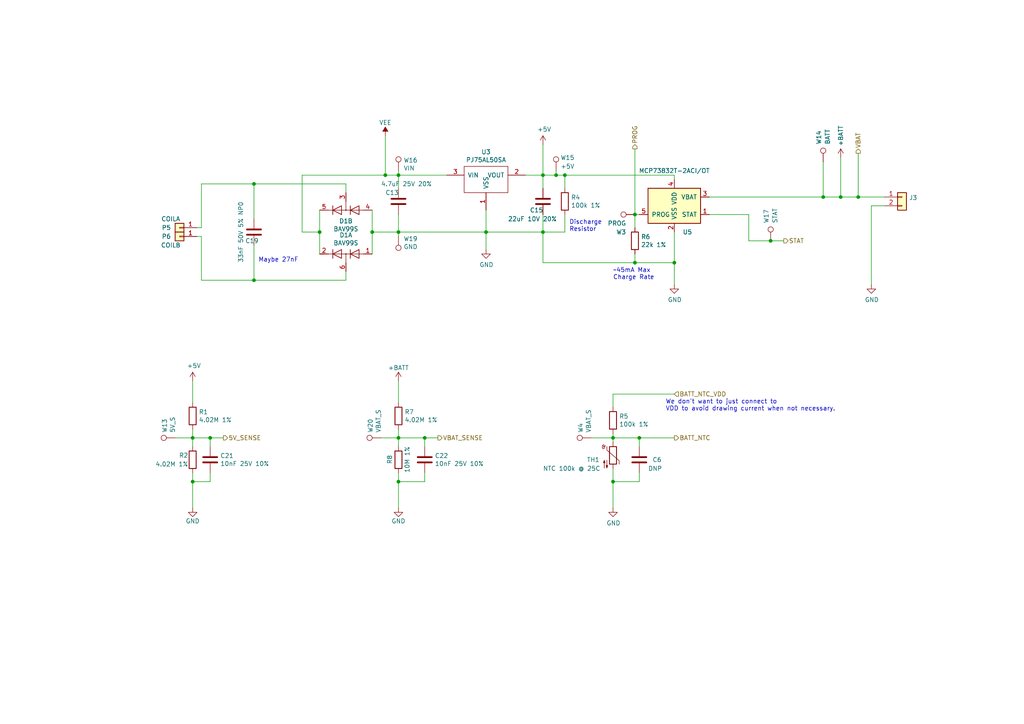
<source format=kicad_sch>
(kicad_sch (version 20211123) (generator eeschema)
  (paper "A4")
  (title_block (title "Pixels D20 Schematic, Main") (date "2022-08-26") (rev "13") (company "Systemic Games, LLC") (comment 1 "Wireless Charging Circuitry"))
  (lib_symbols
    (symbol "Connector_Generic:Conn_01x01" (pin_names (offset 1.016) hide)
      (property "Reference" "J" (at 0 2.54 0))
      (property "Value" "Conn_01x01" (at 0 -2.54 0))
      (symbol "Conn_01x01_1_1"
        (rectangle (start -1.27 0.127) (end 0 -0.127) (stroke (width 0.1524)))
        (rectangle (start -1.27 1.27) (end 1.27 -1.27) (stroke (width 0.254)) (fill (type background)))
        (pin passive line (at -5.08 0 0) (length 3.81) (name "Pin_1") (number "1"))
      )
    )
    (symbol "Connector_Generic:Conn_01x02" (pin_names (offset 1.016) hide)
      (property "Reference" "J" (at 0 2.54 0))
      (property "Value" "Conn_01x02" (at 0 -5.08 0))
      (symbol "Conn_01x02_1_1"
        (rectangle (start -1.27 -2.413) (end 0 -2.667) (stroke (width 0.1524)))
        (rectangle (start -1.27 0.127) (end 0 -0.127) (stroke (width 0.1524)))
        (rectangle (start -1.27 1.27) (end 1.27 -3.81) (stroke (width 0.254)) (fill (type background)))
        (pin passive line (at -5.08 0 0) (length 3.81) (name "Pin_1") (number "1"))
        (pin passive line (at -5.08 -2.54 0) (length 3.81) (name "Pin_2") (number "2"))
      )
    )
    (symbol "Device:C" (pin_numbers hide) (pin_names (offset 0.254))
      (property "Reference" "C" (at 0.635 2.54 0))
      (property "Value" "C" (at 0.635 -2.54 0))
      (symbol "C_0_1"
        (polyline (pts (xy -2.032 -0.762) (xy 2.032 -0.762)) (stroke (width 0.508)))
        (polyline (pts (xy -2.032 0.762) (xy 2.032 0.762)) (stroke (width 0.508)))
      )
      (symbol "C_1_1"
        (pin passive line (at 0 3.81 270) (length 2.794) (name "~") (number "1"))
        (pin passive line (at 0 -3.81 90) (length 2.794) (name "~") (number "2"))
      )
    )
    (symbol "Device:R" (pin_numbers hide) (pin_names (offset 0))
      (property "Reference" "R" (at 2.032 0 90))
      (property "Value" "R" (at 0 0 90))
      (symbol "R_0_1"
        (rectangle (start -1.016 -2.54) (end 1.016 2.54) (stroke (width 0.254)))
      )
      (symbol "R_1_1"
        (pin passive line (at 0 3.81 270) (length 1.27) (name "~") (number "1"))
        (pin passive line (at 0 -3.81 90) (length 1.27) (name "~") (number "2"))
      )
    )
    (symbol "Device:Thermistor_NTC" (pin_numbers hide) (pin_names (offset 0))
      (property "Reference" "TH" (at -4.445 0 90))
      (property "Value" "Thermistor_NTC" (at 3.175 0 90))
      (symbol "Thermistor_NTC_0_1"
        (arc (start -3.048 2.159) (mid -3.0495 2.3143) (end -3.175 2.413))
        (arc (start -3.048 2.159) (mid -2.9736 1.9794) (end -2.794 1.905))
        (arc (start -3.048 2.794) (mid -2.9736 2.6144) (end -2.794 2.54))
        (arc (start -2.794 1.905) (mid -2.6144 1.9794) (end -2.54 2.159))
        (arc (start -2.794 2.54) (mid -2.4393 2.5587) (end -2.159 2.794))
        (arc (start -2.794 3.048) (mid -2.9736 2.9736) (end -3.048 2.794))
        (arc (start -2.54 2.794) (mid -2.6144 2.9736) (end -2.794 3.048))
        (rectangle (start -1.016 2.54) (end 1.016 -2.54) (stroke (width 0.254)))
        (polyline (pts (xy -2.54 2.159) (xy -2.54 2.794)))
        (polyline (pts (xy -1.778 2.54) (xy -1.778 1.524) (xy 1.778 -1.524) (xy 1.778 -2.54)))
        (polyline (pts (xy -2.54 -3.683) (xy -2.54 -1.397) (xy -2.794 -2.159) (xy -2.286 -2.159) (xy -2.54 -1.397) (xy -2.54 -1.651)) (fill (type outline)))
        (polyline (pts (xy -1.778 -1.397) (xy -1.778 -3.683) (xy -2.032 -2.921) (xy -1.524 -2.921) (xy -1.778 -3.683) (xy -1.778 -3.429)) (fill (type outline)))
      )
      (symbol "Thermistor_NTC_1_1"
        (pin passive line (at 0 3.81 270) (length 1.27) (name "~") (number "1"))
        (pin passive line (at 0 -3.81 90) (length 1.27) (name "~") (number "2"))
      )
    )
    (symbol "Pixels-dice:BAV99S-diode" (pin_names (offset 0.0254) hide)
      (property "Reference" "D" (at 0 2.54 0))
      (property "Value" "BAV99S-diode" (at 0 5.08 0))
      (symbol "BAV99S-diode_0_1"
        (polyline (pts (xy -5.08 0) (xy 5.08 0)))
        (polyline (pts (xy 0 0) (xy 0 -2.54)))
        (polyline (pts (xy -1.27 -1.27) (xy -1.27 1.27) (xy -1.27 1.27)) (stroke (width 0.2032)))
        (polyline (pts (xy 3.81 1.27) (xy 3.81 -1.27) (xy 3.81 -1.27)) (stroke (width 0.2032)))
        (polyline (pts (xy -3.81 1.27) (xy -1.27 0) (xy -3.81 -1.27) (xy -3.81 1.27) (xy -3.81 1.27) (xy -3.81 1.27)) (stroke (width 0.2032)))
        (polyline (pts (xy 1.27 1.27) (xy 3.81 0) (xy 1.27 -1.27) (xy 1.27 1.27) (xy 1.27 1.27) (xy 1.27 1.27)) (stroke (width 0.2032)))
        (circle (center 0 0) (radius 0.127))
      )
      (symbol "BAV99S-diode_1_1"
        (polyline (pts (xy 6.35 0) (xy 7.62 0)))
        (pin passive line (at -7.62 0 0) (length 2.54) (name "A1") (number "1"))
        (pin passive line (at 7.62 0 180) (length 2.54) (name "K2") (number "2"))
        (pin passive line (at 0 -5.08 90) (length 2.54) (name "K3A4") (number "6"))
      )
      (symbol "BAV99S-diode_2_1"
        (polyline (pts (xy 6.35 0) (xy 7.62 0)))
        (pin passive line (at 0 -5.08 90) (length 2.54) (name "K1A2") (number "3"))
        (pin passive line (at -7.62 0 0) (length 2.54) (name "A3") (number "4"))
        (pin passive line (at 7.62 0 180) (length 2.54) (name "K4") (number "5"))
      )
    )
    (symbol "Pixels-dice:HX6306P502MR" (pin_names (offset 1.016))
      (property "Reference" "U" (at 3.81 -6.35 0))
      (property "Value" "HX6306P502MR" (at 0 3.81 0))
      (symbol "HX6306P502MR_0_1"
        (rectangle (start -6.35 2.54) (end 6.35 -5.08))
      )
      (symbol "HX6306P502MR_1_1"
        (pin power_in line (at 0 -10.16 90) (length 5.08) (name "VSS") (number "1"))
        (pin power_out line (at 11.43 0 180) (length 5.08) (name "VOUT") (number "2"))
        (pin power_in line (at -11.43 0 0) (length 5.08) (name "VIN") (number "3"))
      )
    )
    (symbol "Pixels-dice:MCP73831-2-OT-battery_management" (pin_names (offset 1.016))
      (property "Reference" "U" (at -7.62 6.35 0))
      (property "Value" "MCP73831-2-OT-battery_management" (at 1.27 6.35 0))
      (symbol "MCP73831-2-OT-battery_management_0_1"
        (rectangle (start -7.62 5.08) (end 7.62 -5.08) (stroke (width 0.254)) (fill (type background)))
      )
      (symbol "MCP73831-2-OT-battery_management_1_1"
        (pin output line (at 10.16 -2.54 180) (length 2.54) (name "STAT") (number "1"))
        (pin power_in line (at 0 -7.62 90) (length 2.54) (name "VSS") (number "2"))
        (pin power_out line (at 10.16 2.54 180) (length 2.54) (name "VBAT") (number "3"))
        (pin power_in line (at 0 7.62 270) (length 2.54) (name "VDD") (number "4"))
        (pin input line (at -10.16 -2.54 0) (length 2.54) (name "PROG") (number "5"))
      )
    )
    (symbol "Pixels-dice:TEST_1P-conn" (pin_numbers hide) (pin_names (offset 0.762) hide)
      (property "Reference" "W" (at 0 6.858 0))
      (property "Value" "TEST_1P-conn" (at 0 5.08 0))
      (symbol "TEST_1P-conn_0_1"
        (circle (center 0 3.302) (radius 0.762))
      )
      (symbol "TEST_1P-conn_1_1"
        (pin passive line (at 0 0 90) (length 2.54) (name "1") (number "1"))
      )
    )
    (symbol "power:+5V" (power) (pin_names (offset 0))
      (property "Value" "+5V" (at 0 3.556 0))
      (symbol "+5V_0_1"
        (polyline (pts (xy -0.762 1.27) (xy 0 2.54)))
        (polyline (pts (xy 0 0) (xy 0 2.54)))
        (polyline (pts (xy 0 2.54) (xy 0.762 1.27)))
      )
      (symbol "+5V_1_1"
        (pin power_in line (at 0 0 90) (length 0) hide (name "+5V") (number "1"))
      )
    )
    (symbol "power:+BATT" (power) (pin_names (offset 0))
      (property "Value" "+BATT" (at 0 3.556 0))
      (symbol "+BATT_0_1"
        (polyline (pts (xy -0.762 1.27) (xy 0 2.54)))
        (polyline (pts (xy 0 0) (xy 0 2.54)))
        (polyline (pts (xy 0 2.54) (xy 0.762 1.27)))
      )
      (symbol "+BATT_1_1"
        (pin power_in line (at 0 0 90) (length 0) hide (name "+BATT") (number "1"))
      )
    )
    (symbol "power:GND" (power) (pin_names (offset 0))
      (property "Value" "GND" (at 0 -3.81 0))
      (symbol "GND_0_1"
        (polyline (pts (xy 0 0) (xy 0 -1.27) (xy 1.27 -1.27) (xy 0 -2.54) (xy -1.27 -1.27) (xy 0 -1.27)))
      )
      (symbol "GND_1_1"
        (pin power_in line (at 0 0 270) (length 0) hide (name "GND") (number "1"))
      )
    )
    (symbol "power:VEE" (power) (pin_names (offset 0))
      (property "Value" "VEE" (at 0 3.81 0))
      (symbol "VEE_0_1"
        (polyline (pts (xy 0 0) (xy 0 2.54)))
        (polyline (pts (xy 0.762 1.27) (xy -0.762 1.27) (xy 0 2.54) (xy 0.762 1.27)) (fill (type outline)))
      )
      (symbol "VEE_1_1"
        (pin power_in line (at 0 0 90) (length 0) hide (name "VEE") (number "1"))
      )
    )
  )
  (junction (at 92.71 67.31))
  (junction (at 248.92 57.15))
  (junction (at 55.88 127))
  (junction (at 184.15 76.2))
  (junction (at 55.88 139.7))
  (junction (at 195.58 76.2))
  (junction (at 177.8 139.7))
  (junction (at 163.83 50.8))
  (junction (at 157.48 67.31))
  (junction (at 243.84 57.15))
  (junction (at 140.97 67.31))
  (junction (at 115.57 67.31))
  (junction (at 73.66 53.34))
  (junction (at 177.8 127))
  (junction (at 115.57 50.8))
  (junction (at 115.57 139.7))
  (junction (at 60.96 127))
  (junction (at 238.76 57.15))
  (junction (at 157.48 50.8))
  (junction (at 185.42 127))
  (junction (at 73.66 81.28))
  (junction (at 161.29 50.8))
  (junction (at 115.57 127))
  (junction (at 107.95 67.31))
  (junction (at 223.52 69.85))
  (junction (at 111.76 50.8))
  (junction (at 123.19 127))
  (junction (at 184.15 62.23))
  (wire (pts (xy 163.83 62.23) (xy 163.83 67.31)))
  (wire (pts (xy 157.48 76.2) (xy 184.15 76.2)))
  (wire (pts (xy 73.66 81.28) (xy 58.42 81.28)))
  (wire (pts (xy 238.76 57.15) (xy 243.84 57.15)))
  (wire (pts (xy 123.19 139.7) (xy 115.57 139.7)))
  (wire (pts (xy 55.88 137.16) (xy 55.88 139.7)))
  (wire (pts (xy 157.48 67.31) (xy 157.48 76.2)))
  (wire (pts (xy 115.57 50.8) (xy 129.54 50.8)))
  (wire (pts (xy 161.29 49.53) (xy 161.29 50.8)))
  (wire (pts (xy 205.74 57.15) (xy 238.76 57.15)))
  (wire (pts (xy 50.8 127) (xy 55.88 127)))
  (wire (pts (xy 217.17 69.85) (xy 223.52 69.85)))
  (wire (pts (xy 55.88 116.84) (xy 55.88 110.49)))
  (wire (pts (xy 73.66 53.34) (xy 58.42 53.34)))
  (wire (pts (xy 163.83 50.8) (xy 163.83 54.61)))
  (wire (pts (xy 248.92 44.45) (xy 248.92 57.15)))
  (wire (pts (xy 157.48 41.91) (xy 157.48 50.8)))
  (wire (pts (xy 248.92 57.15) (xy 243.84 57.15)))
  (wire (pts (xy 58.42 81.28) (xy 58.42 68.58)))
  (wire (pts (xy 92.71 60.96) (xy 92.71 67.31)))
  (wire (pts (xy 123.19 127) (xy 127 127)))
  (wire (pts (xy 157.48 67.31) (xy 157.48 62.23)))
  (wire (pts (xy 163.83 50.8) (xy 195.58 50.8)))
  (wire (pts (xy 205.74 62.23) (xy 217.17 62.23)))
  (wire (pts (xy 238.76 46.99) (xy 238.76 57.15)))
  (wire (pts (xy 184.15 73.66) (xy 184.15 76.2)))
  (wire (pts (xy 55.88 124.46) (xy 55.88 127)))
  (wire (pts (xy 58.42 66.04) (xy 57.15 66.04)))
  (wire (pts (xy 55.88 139.7) (xy 55.88 147.32)))
  (wire (pts (xy 55.88 129.54) (xy 55.88 127)))
  (wire (pts (xy 58.42 53.34) (xy 58.42 66.04)))
  (wire (pts (xy 92.71 67.31) (xy 92.71 73.66)))
  (wire (pts (xy 161.29 50.8) (xy 163.83 50.8)))
  (wire (pts (xy 107.95 60.96) (xy 107.95 67.31)))
  (wire (pts (xy 140.97 67.31) (xy 157.48 67.31)))
  (wire (pts (xy 107.95 67.31) (xy 107.95 73.66)))
  (wire (pts (xy 171.45 127) (xy 177.8 127)))
  (wire (pts (xy 115.57 49.53) (xy 115.57 50.8)))
  (wire (pts (xy 123.19 137.16) (xy 123.19 139.7)))
  (wire (pts (xy 60.96 137.16) (xy 60.96 139.7)))
  (wire (pts (xy 177.8 127) (xy 185.42 127)))
  (wire (pts (xy 55.88 127) (xy 60.96 127)))
  (wire (pts (xy 252.73 59.69) (xy 252.73 82.55)))
  (wire (pts (xy 177.8 125.73) (xy 177.8 127)))
  (wire (pts (xy 177.8 118.11) (xy 177.8 114.3)))
  (wire (pts (xy 100.33 78.74) (xy 100.33 81.28)))
  (wire (pts (xy 115.57 50.8) (xy 115.57 54.61)))
  (wire (pts (xy 110.49 127) (xy 115.57 127)))
  (wire (pts (xy 140.97 67.31) (xy 140.97 72.39)))
  (wire (pts (xy 177.8 139.7) (xy 177.8 147.32)))
  (wire (pts (xy 185.42 139.7) (xy 177.8 139.7)))
  (wire (pts (xy 115.57 127) (xy 115.57 129.54)))
  (wire (pts (xy 115.57 110.49) (xy 115.57 116.84)))
  (wire (pts (xy 115.57 137.16) (xy 115.57 139.7)))
  (wire (pts (xy 243.84 45.72) (xy 243.84 57.15)))
  (wire (pts (xy 60.96 127) (xy 64.77 127)))
  (wire (pts (xy 73.66 71.12) (xy 73.66 81.28)))
  (wire (pts (xy 115.57 67.31) (xy 107.95 67.31)))
  (wire (pts (xy 195.58 52.07) (xy 195.58 50.8)))
  (wire (pts (xy 217.17 62.23) (xy 217.17 69.85)))
  (wire (pts (xy 60.96 129.54) (xy 60.96 127)))
  (wire (pts (xy 195.58 67.31) (xy 195.58 76.2)))
  (wire (pts (xy 152.4 50.8) (xy 157.48 50.8)))
  (wire (pts (xy 184.15 43.18) (xy 184.15 62.23)))
  (wire (pts (xy 185.42 127) (xy 185.42 129.54)))
  (wire (pts (xy 223.52 69.85) (xy 227.33 69.85)))
  (wire (pts (xy 157.48 50.8) (xy 157.48 54.61)))
  (wire (pts (xy 87.63 50.8) (xy 111.76 50.8)))
  (wire (pts (xy 140.97 60.96) (xy 140.97 67.31)))
  (wire (pts (xy 58.42 68.58) (xy 57.15 68.58)))
  (wire (pts (xy 73.66 53.34) (xy 100.33 53.34)))
  (wire (pts (xy 92.71 67.31) (xy 87.63 67.31)))
  (wire (pts (xy 123.19 127) (xy 123.19 129.54)))
  (wire (pts (xy 60.96 139.7) (xy 55.88 139.7)))
  (wire (pts (xy 185.42 137.16) (xy 185.42 139.7)))
  (wire (pts (xy 256.54 59.69) (xy 252.73 59.69)))
  (wire (pts (xy 185.42 62.23) (xy 184.15 62.23)))
  (wire (pts (xy 177.8 114.3) (xy 195.58 114.3)))
  (wire (pts (xy 115.57 68.58) (xy 115.57 67.31)))
  (wire (pts (xy 163.83 67.31) (xy 157.48 67.31)))
  (wire (pts (xy 115.57 124.46) (xy 115.57 127)))
  (wire (pts (xy 184.15 76.2) (xy 195.58 76.2)))
  (wire (pts (xy 115.57 127) (xy 123.19 127)))
  (wire (pts (xy 157.48 50.8) (xy 161.29 50.8)))
  (wire (pts (xy 87.63 67.31) (xy 87.63 50.8)))
  (wire (pts (xy 248.92 57.15) (xy 256.54 57.15)))
  (wire (pts (xy 115.57 139.7) (xy 115.57 147.32)))
  (wire (pts (xy 111.76 39.37) (xy 111.76 50.8)))
  (wire (pts (xy 177.8 135.89) (xy 177.8 139.7)))
  (wire (pts (xy 115.57 62.23) (xy 115.57 67.31)))
  (wire (pts (xy 185.42 127) (xy 195.58 127)))
  (wire (pts (xy 115.57 67.31) (xy 140.97 67.31)))
  (wire (pts (xy 100.33 55.88) (xy 100.33 53.34)))
  (wire (pts (xy 184.15 62.23) (xy 184.15 66.04)))
  (wire (pts (xy 73.66 63.5) (xy 73.66 53.34)))
  (wire (pts (xy 195.58 76.2) (xy 195.58 82.55)))
  (wire (pts (xy 111.76 50.8) (xy 115.57 50.8)))
  (wire (pts (xy 177.8 127) (xy 177.8 128.27)))
  (wire (pts (xy 73.66 81.28) (xy 100.33 81.28)))
  (text "We don't want to just connect to\nVDD to avoid drawing current when not necessary." (at 193.04 119.38 0) (effects (font (size 1.27 1.27)) (justify left bottom)))
  (text "Maybe 27nF\n" (at 74.93 76.2 0) (effects (font (size 1.27 1.27)) (justify left bottom)))
  (text "~45mA Max\nCharge Rate" (at 177.8 81.28 0) (effects (font (size 1.27 1.27)) (justify left bottom)))
  (text "Discharge\nResistor" (at 165.1 67.31 0) (effects (font (size 1.27 1.27)) (justify left bottom)))
  (hierarchical_label "PROG" (shape output) (at 184.15 43.18 90))
  (hierarchical_label "VBAT" (shape output) (at 248.92 44.45 90))
  (hierarchical_label "5V_SENSE" (shape output) (at 64.77 127 0))
  (hierarchical_label "BATT_NTC_VDD" (shape input) (at 195.58 114.3 0))
  (hierarchical_label "STAT" (shape output) (at 227.33 69.85 0))
  (hierarchical_label "BATT_NTC" (shape output) (at 195.58 127 0))
  (hierarchical_label "VBAT_SENSE" (shape output) (at 127 127 0))
  (symbol (lib_id "power:GND") (at 252.73 82.55 0) (unit 1)
    (property "Reference" "#PWR052" (effects hide))
    (property "Value" "GND" (at 252.857 86.9442 0))
  )
  (symbol (lib_id "Device:C") (at 115.57 58.42 0) (unit 1)
    (property "Reference" "C13" (at 111.76 55.88 0) (effects (justify left)))
    (property "Value" "4.7uF 25V 20%" (at 110.49 53.34 0) (effects (justify left)))
    (property "Footprint" "Capacitor_SMD:C_0603_1608Metric" (effects hide))
    (property "Generic OK" "YES" (effects hide))
    (property "Pixels Part Number" "SMD-C010" (effects hide))
    (property "Manufacturer" "Murata" (effects hide))
    (property "Manufacturer Part Number" "GRM188R61E475KE11D" (effects hide))
  )
  (symbol (lib_id "Pixels-dice:TEST_1P-conn") (at 171.45 127 90) (unit 1)
    (property "Reference" "W4" (at 168.402 125.5268 0) (effects (justify left)))
    (property "Value" "VBAT_S" (at 170.7134 125.5268 0) (effects (justify left)))
    (property "Footprint" "Pixels-dice:TEST_PIN" (effects hide))
    (property "Generic OK" "N/A" (effects hide))
  )
  (symbol (lib_id "Device:R") (at 177.8 121.92 0) (unit 1)
    (property "Reference" "R5" (at 179.578 120.7516 0) (effects (justify left)))
    (property "Value" "100k 1%" (at 179.578 123.063 0) (effects (justify left)))
    (property "Footprint" "Pixels-dice:R_0402_1005Metric" (effects hide))
    (property "Generic OK" "YES" (effects hide))
    (property "Pixels Part Number" "SMD-R006" (effects hide))
    (property "Manufacturer" "UNI-ROYAL(Uniroyal Elec)" (effects hide))
    (property "Manufacturer Part Number" "0402WGF1003TCE" (effects hide))
  )
  (symbol (lib_id "Pixels-dice:TEST_1P-conn") (at 115.57 49.53 0) (unit 1)
    (property "Reference" "W16" (at 117.0432 46.482 0) (effects (justify left)))
    (property "Value" "VIN" (at 117.0432 48.7934 0) (effects (justify left)))
    (property "Footprint" "Pixels-dice:TEST_PIN" (effects hide))
    (property "Generic OK" "N/A" (effects hide))
  )
  (symbol (lib_id "Device:Thermistor_NTC") (at 177.8 132.08 0) (unit 1)
    (property "Reference" "TH1" (at 170.18 133.35 0) (effects (justify left)))
    (property "Value" "NTC 100k @ 25C" (at 157.48 135.89 0) (effects (justify left)))
    (property "Footprint" "Pixels-dice:R_0402_1005Metric" (effects hide))
    (property "Generic OK" "NO" (effects hide))
    (property "Manufacturer" "TDK" (effects hide))
    (property "Manufacturer Part Number" "NTCG104EF104FT1X" (effects hide))
  )
  (symbol (lib_id "power:VEE") (at 111.76 39.37 0) (unit 1)
    (property "Reference" "#PWR032" (effects hide))
    (property "Value" "VEE" (at 111.76 35.56 0))
  )
  (symbol (lib_id "power:+5V") (at 55.88 110.49 0) (unit 1)
    (property "Reference" "#PWR057" (effects hide))
    (property "Value" "+5V" (at 56.261 106.0958 0))
  )
  (symbol (lib_id "Pixels-dice:TEST_1P-conn") (at 50.8 127 90) (unit 1)
    (property "Reference" "W13" (at 47.752 125.5268 0) (effects (justify left)))
    (property "Value" "5V_S" (at 50.0634 125.5268 0) (effects (justify left)))
    (property "Footprint" "Pixels-dice:TEST_PIN" (effects hide))
    (property "Generic OK" "N/A" (effects hide))
  )
  (symbol (lib_id "Device:C") (at 73.66 67.31 0) (unit 1)
    (property "Reference" "C19" (at 71.12 69.85 0) (effects (justify left)))
    (property "Value" "33nF 50V 5% NP0" (at 69.85 76.2 90) (effects (justify left)))
    (property "Footprint" "Capacitor_SMD:C_1206_3216Metric" (effects hide))
    (property "Generic OK" "NO" (effects hide))
    (property "Pixels Part Number" "SMD-C011" (effects hide))
    (property "Manufacturer" "Murata" (effects hide))
    (property "Manufacturer Part Number" "GRM3195C1H333JA01J" (effects hide))
  )
  (symbol (lib_id "Device:R") (at 184.15 69.85 0) (unit 1)
    (property "Reference" "R6" (at 185.928 68.6816 0) (effects (justify left)))
    (property "Value" "22k 1%" (at 185.928 70.993 0) (effects (justify left)))
    (property "Footprint" "Pixels-dice:R_0402_1005Metric" (effects hide))
    (property "Generic OK" "YES" (effects hide))
    (property "Pixels Part Number" "SMD-R002" (effects hide))
    (property "Manufacturer" "UNI-ROYAL(Uniroyal Elec)" (effects hide))
    (property "Manufacturer Part Number" "0402WGF2202TCE" (effects hide))
  )
  (symbol (lib_id "Device:R") (at 115.57 120.65 0) (unit 1)
    (property "Reference" "R7" (at 117.348 119.4816 0) (effects (justify left)))
    (property "Value" "4.02M 1%" (at 117.348 121.793 0) (effects (justify left)))
    (property "Footprint" "Pixels-dice:R_0402_1005Metric" (effects hide))
    (property "Generic OK" "YES" (effects hide))
    (property "Pixels Part Number" "SMD-R003" (effects hide))
    (property "Manufacturer" "UNI-ROYAL(Uniroyal Elec)" (effects hide))
    (property "Manufacturer Part Number" "0402WGF4024TCE" (effects hide))
  )
  (symbol (lib_id "power:+BATT") (at 115.57 110.49 0) (unit 1)
    (property "Reference" "#PWR058" (effects hide))
    (property "Value" "+BATT" (at 115.57 106.68 0))
  )
  (symbol (lib_id "Device:R") (at 115.57 133.35 0) (unit 1)
    (property "Reference" "R8" (at 113.03 134.62 90) (effects (justify left)))
    (property "Value" "10M 1%" (at 118.11 137.16 90) (effects (justify left)))
    (property "Footprint" "Pixels-dice:R_0402_1005Metric" (effects hide))
    (property "Generic OK" "YES" (effects hide))
    (property "Pixels Part Number" "SMD-R004" (effects hide))
    (property "Manufacturer" "UNI-ROYAL(Uniroyal Elec)" (effects hide))
    (property "Manufacturer Part Number" "0402WGF1005TCE" (effects hide))
  )
  (symbol (lib_id "Pixels-dice:MCP73831-2-OT-battery_management") (at 195.58 59.69 0) (unit 1)
    (property "Reference" "U5" (at 199.39 67.31 0))
    (property "Value" "MCP73832T-2ACI/OT" (at 195.58 49.53 0))
    (property "Footprint" "Package_TO_SOT_SMD:SOT-23-5" (effects hide))
    (property "Datasheet" "http://ww1.microchip.com/downloads/en/DeviceDoc/20001984g.pdf" (effects hide))
    (property "Generic OK" "NO" (effects hide))
    (property "Manufacturer" "Microchip" (effects hide))
    (property "Manufacturer Part Number" "MCP73832T-2ACI/OT" (effects hide))
    (property "Pixels Part Number" "SMD-U005" (effects hide))
  )
  (symbol (lib_id "Device:R") (at 55.88 120.65 0) (unit 1)
    (property "Reference" "R1" (at 57.658 119.4816 0) (effects (justify left)))
    (property "Value" "4.02M 1%" (at 57.658 121.793 0) (effects (justify left)))
    (property "Footprint" "Pixels-dice:R_0402_1005Metric" (effects hide))
    (property "Generic OK" "YES" (effects hide))
    (property "Pixels Part Number" "SMD-R003" (effects hide))
    (property "Manufacturer" "UNI-ROYAL(Uniroyal Elec)" (effects hide))
    (property "Manufacturer Part Number" "0402WGF4024TCE" (effects hide))
  )
  (symbol (lib_id "Device:R") (at 55.88 133.35 180) (unit 1)
    (property "Reference" "R2" (at 54.61 132.08 0) (effects (justify left)))
    (property "Value" "4.02M 1%" (at 54.61 134.62 0) (effects (justify left)))
    (property "Footprint" "Pixels-dice:R_0402_1005Metric" (effects hide))
    (property "Generic OK" "YES" (effects hide))
    (property "Pixels Part Number" "SMD-R003" (effects hide))
    (property "Manufacturer" "UNI-ROYAL(Uniroyal Elec)" (effects hide))
    (property "Manufacturer Part Number" "0402WGF4024TCE" (effects hide))
  )
  (symbol (lib_id "power:GND") (at 115.57 147.32 0) (unit 1)
    (property "Reference" "#PWR060" (effects hide))
    (property "Value" "GND" (at 115.57 151.13 0))
  )
  (symbol (lib_id "Pixels-dice:TEST_1P-conn") (at 184.15 62.23 90) (unit 1)
    (property "Reference" "W3" (at 181.61 67.31 90) (effects (justify left)))
    (property "Value" "PROG" (at 181.61 64.77 90) (effects (justify left)))
    (property "Footprint" "Pixels-dice:TEST_PIN" (effects hide))
    (property "Generic OK" "N/A" (effects hide))
  )
  (symbol (lib_id "power:+5V") (at 157.48 41.91 0) (unit 1)
    (property "Reference" "#PWR040" (effects hide))
    (property "Value" "+5V" (at 157.861 37.5158 0))
  )
  (symbol (lib_id "Device:C") (at 123.19 133.35 0) (unit 1)
    (property "Reference" "C22" (at 126.111 132.1816 0) (effects (justify left)))
    (property "Value" "10nF 25V 10%" (at 126.111 134.493 0) (effects (justify left)))
    (property "Footprint" "Pixels-dice:C_0402_1005Metric" (effects hide))
    (property "Generic OK" "YES" (effects hide))
    (property "Pixels Part Number" "SMD-C009" (effects hide))
    (property "Manufacturer" "Murata" (effects hide))
    (property "Manufacturer Part Number" "GRM155R71H103KA88" (effects hide))
  )
  (symbol (lib_id "Pixels-dice:TEST_1P-conn") (at 223.52 69.85 0) (unit 1)
    (property "Reference" "W17" (at 222.25 64.77 90) (effects (justify left)))
    (property "Value" "STAT" (at 224.79 64.77 90) (effects (justify left)))
    (property "Footprint" "Pixels-dice:TEST_PIN" (effects hide))
    (property "Generic OK" "N/A" (effects hide))
  )
  (symbol (lib_id "Device:R") (at 163.83 58.42 0) (unit 1)
    (property "Reference" "R4" (at 165.608 57.2516 0) (effects (justify left)))
    (property "Value" "100k 1%" (at 165.608 59.563 0) (effects (justify left)))
    (property "Footprint" "Pixels-dice:R_0402_1005Metric" (effects hide))
    (property "Generic OK" "YES" (effects hide))
    (property "Pixels Part Number" "SMD-R006" (effects hide))
    (property "Manufacturer" "UNI-ROYAL(Uniroyal Elec)" (effects hide))
    (property "Manufacturer Part Number" "0402WGF1003TCE" (effects hide))
  )
  (symbol (lib_id "Device:C") (at 185.42 133.35 0) (unit 1) (in_bom no)
    (property "Reference" "C6" (at 189.23 133.35 0) (effects (justify left)))
    (property "Value" "DNP" (at 187.96 135.89 0) (effects (justify left)))
    (property "Footprint" "Pixels-dice:C_0402_1005Metric" (effects hide))
    (property "Generic OK" "YES" (effects hide))
    (property "Pixels Part Number" "SMD-C005" (effects hide))
  )
  (symbol (lib_id "power:GND") (at 195.58 82.55 0) (unit 1)
    (property "Reference" "#PWR051" (effects hide))
    (property "Value" "GND" (at 195.707 86.9442 0))
  )
  (symbol (lib_id "power:GND") (at 140.97 72.39 0) (unit 1)
    (property "Reference" "#PWR050" (effects hide))
    (property "Value" "GND" (at 141.097 76.7842 0))
  )
  (symbol (lib_id "power:+BATT") (at 243.84 45.72 0) (unit 1)
    (property "Reference" "#PWR041" (effects hide))
    (property "Value" "+BATT" (at 243.84 39.37 90))
  )
  (symbol (lib_id "Connector_Generic:Conn_01x02") (at 261.62 57.15 0) (unit 1)
    (property "Reference" "J3" (at 263.652 57.3532 0) (effects (justify left)))
    (property "Value" "Conn_01x02" (effects hide))
    (property "Footprint" "Pixels-dice:Hongjie 10100 Connector" (effects hide))
    (property "Generic OK" "N/A" (effects hide))
  )
  (symbol (lib_id "Device:C") (at 157.48 58.42 0) (unit 1)
    (property "Reference" "C15" (at 153.67 60.96 0) (effects (justify left)))
    (property "Value" "22uF 10V 20%" (at 147.32 63.5 0) (effects (justify left)))
    (property "Footprint" "Capacitor_SMD:C_0603_1608Metric" (effects hide))
    (property "Generic OK" "YES" (effects hide))
    (property "Manufacturer" "Murata" (effects hide))
    (property "Manufacturer Part Number" "GRM188R61A226ME15D" (effects hide))
  )
  (symbol (lib_id "Pixels-dice:TEST_1P-conn") (at 115.57 68.58 180) (unit 1)
    (property "Reference" "W19" (at 117.0432 69.2658 0) (effects (justify right)))
    (property "Value" "GND" (at 117.0432 71.5772 0) (effects (justify right)))
    (property "Footprint" "Pixels-dice:TEST_PIN" (effects hide))
    (property "Generic OK" "N/A" (effects hide))
  )
  (symbol (lib_id "Pixels-dice:TEST_1P-conn") (at 238.76 46.99 0) (unit 1)
    (property "Reference" "W14" (at 237.49 41.91 90) (effects (justify left)))
    (property "Value" "BATT" (at 240.03 41.91 90) (effects (justify left)))
    (property "Footprint" "Pixels-dice:TEST_PIN" (effects hide))
    (property "Generic OK" "N/A" (effects hide))
  )
  (symbol (lib_id "Connector_Generic:Conn_01x01") (at 52.07 68.58 180) (unit 1)
    (property "Reference" "P6" (at 48.26 68.58 0))
    (property "Value" "COILB" (at 49.53 71.12 0))
    (property "Footprint" "TestPoint:TestPoint_Pad_D1.5mm" (effects hide))
    (property "Generic OK" "N/A" (effects hide))
  )
  (symbol (lib_id "Connector_Generic:Conn_01x01") (at 52.07 66.04 180) (unit 1)
    (property "Reference" "P5" (at 48.26 66.04 0))
    (property "Value" "COILA" (at 49.53 63.5 0))
    (property "Footprint" "TestPoint:TestPoint_Pad_D1.5mm" (effects hide))
    (property "Generic OK" "N/A" (effects hide))
  )
  (symbol (lib_id "Pixels-dice:TEST_1P-conn") (at 110.49 127 90) (unit 1)
    (property "Reference" "W20" (at 107.442 125.5268 0) (effects (justify left)))
    (property "Value" "VBAT_S" (at 109.7534 125.5268 0) (effects (justify left)))
    (property "Footprint" "Pixels-dice:TEST_PIN" (effects hide))
    (property "Generic OK" "N/A" (effects hide))
  )
  (symbol (lib_id "Pixels-dice:HX6306P502MR") (at 140.97 50.8 0) (unit 1)
    (property "Reference" "U3" (at 140.97 44.069 0))
    (property "Value" "PJ75AL50SA" (at 140.97 46.3804 0))
    (property "Footprint" "Pixels-dice:SOT-23" (effects hide))
    (property "Manufacturer" "PJSEMI" (effects hide))
    (property "Manufacturer Part Number" "PJ75AL50SA" (effects hide))
    (property "Generic OK" "NO" (effects hide))
  )
  (symbol (lib_id "Pixels-dice:TEST_1P-conn") (at 161.29 49.53 0) (unit 1)
    (property "Reference" "W15" (at 162.56 45.72 0) (effects (justify left)))
    (property "Value" "+5V" (at 162.56 48.26 0) (effects (justify left)))
    (property "Footprint" "Pixels-dice:TEST_PIN" (effects hide))
    (property "Generic OK" "N/A" (effects hide))
  )
  (symbol (lib_id "power:GND") (at 177.8 147.32 0) (unit 1)
    (property "Reference" "#PWR022" (effects hide))
    (property "Value" "GND" (at 177.927 151.7142 0))
  )
  (symbol (lib_id "Pixels-dice:BAV99S-diode") (at 100.33 60.96 180) (unit 2)
    (property "Reference" "D1" (at 100.33 64.1096 0))
    (property "Value" "BAV99S" (at 100.33 66.421 0))
    (property "Footprint" "Package_TO_SOT_SMD:SOT-363_SC-70-6" (effects hide))
    (property "Datasheet" "https://assets.nexperia.com/documents/data-sheet/BAV99_SER.pdf" (effects hide))
    (property "Generic OK" "YES" (effects hide))
    (property "Manufacturer" "Nexperia" (effects hide))
    (property "Manufacturer Part Number" "BAV99S,115" (effects hide))
    (property "Pixels Part Number" "SMD-D001" (effects hide))
  )
  (symbol (lib_id "power:GND") (at 55.88 147.32 0) (unit 1)
    (property "Reference" "#PWR059" (effects hide))
    (property "Value" "GND" (at 55.88 151.13 0))
  )
  (symbol (lib_id "Pixels-dice:BAV99S-diode") (at 100.33 73.66 0) (mirror y) (unit 1)
    (property "Reference" "D1" (at 100.33 68.1736 0))
    (property "Value" "BAV99S" (at 100.33 70.485 0))
    (property "Footprint" "Package_TO_SOT_SMD:SOT-363_SC-70-6" (effects hide))
    (property "Datasheet" "https://assets.nexperia.com/documents/data-sheet/BAV99_SER.pdf" (effects hide))
    (property "Generic OK" "YES" (effects hide))
    (property "Manufacturer" "Nexperia" (effects hide))
    (property "Manufacturer Part Number" "BAV99S,115" (effects hide))
    (property "Pixels Part Number" "SMD-D001" (effects hide))
  )
  (symbol (lib_id "Device:C") (at 60.96 133.35 0) (unit 1)
    (property "Reference" "C21" (at 63.881 132.1816 0) (effects (justify left)))
    (property "Value" "10nF 25V 10%" (at 63.881 134.493 0) (effects (justify left)))
    (property "Footprint" "Pixels-dice:C_0402_1005Metric" (effects hide))
    (property "Generic OK" "YES" (effects hide))
    (property "Pixels Part Number" "SMD-C009" (effects hide))
    (property "Manufacturer" "Murata" (effects hide))
    (property "Manufacturer Part Number" "GRM155R71H103KA88" (effects hide))
  )
)
</source>
